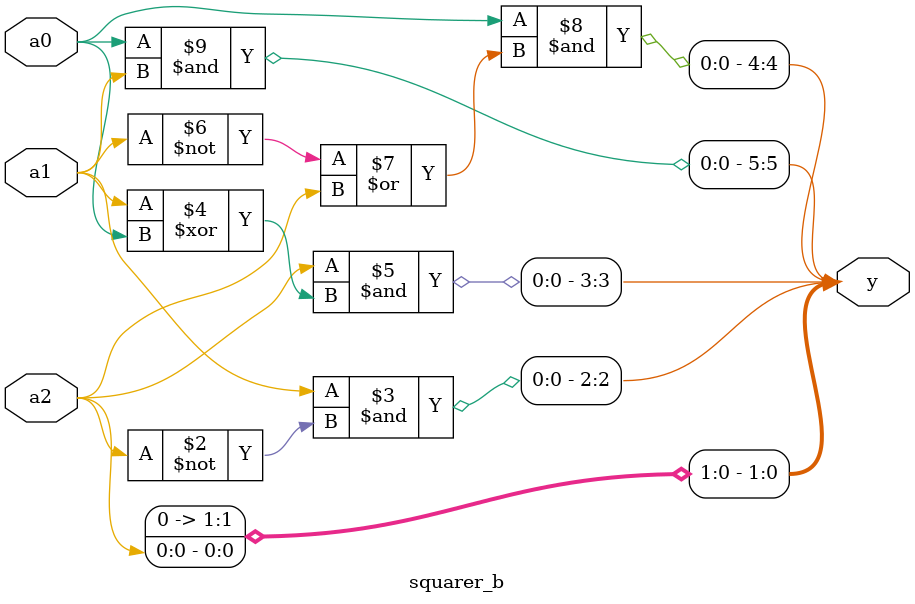
<source format=v>
module squarer_b(a0,a1,a2,y);
  input a0,a1,a2;
  output reg [5:0] y;
  always @ * 
  begin
    y[0] = a2;
    y[1] = 1'b0;
    y[2] = a1&(~a2);
    y[3] = a2&(a1^a0);
    y[4] = a0&((~a1)|a2);
    y[5] = a0&a1;
end
  endmodule
</source>
